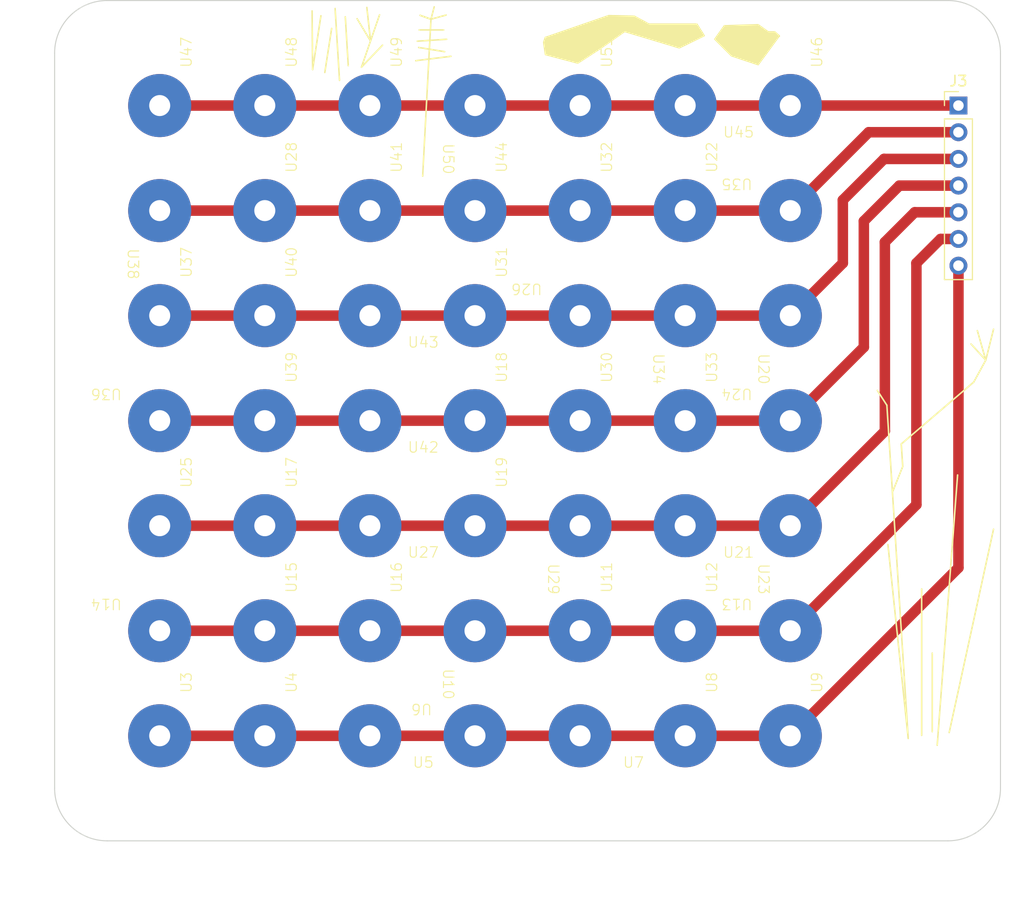
<source format=kicad_pcb>
(kicad_pcb (version 20221018) (generator pcbnew)
  (layers (0 "F.Cu" signal) (31 "B.Cu" signal) (34 "B.Paste" user) (35 "F.Paste" user) (36 "B.SilkS" user "B.Silkscreen") (37 "F.SilkS" user "F.Silkscreen") (38 "B.Mask" user) (39 "F.Mask" user) (44 "Edge.Cuts" user))
  (net 0 "")
  (net 1 "Net-(J3-Pin_1)")
  (net 2 "Net-(J3-Pin_2)")
  (net 3 "Net-(J3-Pin_3)")
  (net 4 "Net-(J3-Pin_4)")
  (net 5 "Net-(J3-Pin_5)")
  (net 6 "Net-(J3-Pin_6)")
  (net 7 "Net-(J3-Pin_7)")
  (footprint "ass149:1x1_matrix_pin" (layer "F.Cu") (at 195 72.54)
    (fp_text reference "U27" (at 5.08 0 unlocked) (layer "F.SilkS") (effects (font (thickness 0.1))))
    (fp_text value "~")
    (pad "1" thru_hole circle (at 0 -2.54) (size 6 6) (drill 2) (layers "*.Cu" "*.Mask") (net 5 "Net-(J3-Pin_5)"))
  )
  (footprint "ass149:1x1_matrix_pin" (layer "F.Cu") (at 215 47.46 180)
    (fp_text reference "U26" (at 5.08 0 180 unlocked) (layer "F.SilkS") (effects (font (thickness 0.1))))
    (fp_text value "~")
    (pad "1" thru_hole circle (at 0 -2.54 180) (size 6 6) (drill 2) (layers "*.Cu" "*.Mask") (net 3 "Net-(J3-Pin_3)"))
  )
  (footprint "ass149:1x1_matrix_pin" (layer "F.Cu") (at 207.54 50 90)
    (fp_text reference "U31" (at 5.08 0 90 unlocked) (layer "F.SilkS") (effects (font (thickness 0.1))))
    (fp_text value "~")
    (pad "1" thru_hole circle (at 0 -2.54 90) (size 6 6) (drill 2) (layers "*.Cu" "*.Mask") (net 3 "Net-(J3-Pin_3)"))
  )
  (footprint "ass149:1x1_matrix_pin" (layer "F.Cu") (at 217.54 30 90)
    (fp_text reference "U51" (at 5.08 0 90 unlocked) (layer "F.SilkS") (effects (font (thickness 0.1))))
    (fp_text value "~")
    (pad "1" thru_hole circle (at 0 -2.54 90) (size 6 6) (drill 2) (layers "*.Cu" "*.Mask") (net 1 "Net-(J3-Pin_1)"))
  )
  (footprint "ass149:1x1_matrix_pin" (layer "F.Cu") (at 187.54 30 90)
    (fp_text reference "U48" (at 5.08 0 90 unlocked) (layer "F.SilkS") (effects (font (thickness 0.1))))
    (fp_text value "~")
    (pad "1" thru_hole circle (at 0 -2.54 90) (size 6 6) (drill 2) (layers "*.Cu" "*.Mask") (net 1 "Net-(J3-Pin_1)"))
  )
  (footprint "ass149:1x1_matrix_pin" (layer "F.Cu") (at 232.46 70 -90)
    (fp_text reference "U23" (at 5.08 0 -90 unlocked) (layer "F.SilkS") (effects (font (thickness 0.1))))
    (fp_text value "~")
    (pad "1" thru_hole circle (at 0 -2.54 270) (size 6 6) (drill 2) (layers "*.Cu" "*.Mask") (net 5 "Net-(J3-Pin_5)"))
  )
  (footprint "ass149:1x1_matrix_pin" (layer "F.Cu") (at 227.54 80 90)
    (fp_text reference "U12" (at 5.08 0 90 unlocked) (layer "F.SilkS") (effects (font (thickness 0.1))))
    (fp_text value "~")
    (pad "1" thru_hole circle (at 0 -2.54 90) (size 6 6) (drill 2) (layers "*.Cu" "*.Mask") (net 6 "Net-(J3-Pin_6)"))
  )
  (footprint "ass149:1x1_matrix_pin" (layer "F.Cu") (at 187.54 60 90)
    (fp_text reference "U39" (at 5.08 0 90 unlocked) (layer "F.SilkS") (effects (font (thickness 0.1))))
    (fp_text value "~")
    (pad "1" thru_hole circle (at 0 -2.54 90) (size 6 6) (drill 2) (layers "*.Cu" "*.Mask") (net 4 "Net-(J3-Pin_4)"))
  )
  (footprint "ass149:1x1_matrix_pin" (layer "F.Cu") (at 235 77.46 180)
    (fp_text reference "U13" (at 5.08 0 180 unlocked) (layer "F.SilkS") (effects (font (thickness 0.1))))
    (fp_text value "~")
    (pad "1" thru_hole circle (at 0 -2.54 180) (size 6 6) (drill 2) (layers "*.Cu" "*.Mask") (net 6 "Net-(J3-Pin_6)"))
  )
  (footprint "ass149:1x1_matrix_pin" (layer "F.Cu") (at 237.54 30 90)
    (fp_text reference "U46" (at 5.08 0 90 unlocked) (layer "F.SilkS") (effects (font (thickness 0.1))))
    (fp_text value "~")
    (pad "1" thru_hole circle (at 0 -2.54 90) (size 6 6) (drill 2) (layers "*.Cu" "*.Mask") (net 1 "Net-(J3-Pin_1)"))
  )
  (footprint "Connector_PinHeader_2.54mm:PinHeader_1x07_P2.54mm_Vertical" (layer "F.Cu") (at 251 30)
    (fp_text reference "J3" (at 0 -2.33 unlocked) (layer "F.SilkS"))
    (fp_text value "Conn_01x07_Pin")
    (fp_line (start -1.33 -1.33) (end 0 -1.33) (stroke (width 0.12)) (layer "F.SilkS"))
    (fp_line (start -1.33 0) (end -1.33 -1.33) (stroke (width 0.12)) (layer "F.SilkS"))
    (fp_line (start -1.33 1.27) (end -1.33 16.57) (stroke (width 0.12)) (layer "F.SilkS"))
    (fp_line (start -1.33 1.27) (end 1.33 1.27) (stroke (width 0.12)) (layer "F.SilkS"))
    (fp_line (start -1.33 16.57) (end 1.33 16.57) (stroke (width 0.12)) (layer "F.SilkS"))
    (fp_line (start 1.33 1.27) (end 1.33 16.57) (stroke (width 0.12)) (layer "F.SilkS"))
    (pad "1" thru_hole rect (at 0 0) (size 1.7 1.7) (drill 1) (layers "*.Cu" "*.Mask") (net 1 "Net-(J3-Pin_1)"))
    (pad "2" thru_hole oval (at 0 2.54) (size 1.7 1.7) (drill 1) (layers "*.Cu" "*.Mask") (net 2 "Net-(J3-Pin_2)"))
    (pad "3" thru_hole oval (at 0 5.08) (size 1.7 1.7) (drill 1) (layers "*.Cu" "*.Mask") (net 3 "Net-(J3-Pin_3)"))
    (pad "4" thru_hole oval (at 0 7.62) (size 1.7 1.7) (drill 1) (layers "*.Cu" "*.Mask") (net 4 "Net-(J3-Pin_4)"))
    (pad "5" thru_hole oval (at 0 10.16) (size 1.7 1.7) (drill 1) (layers "*.Cu" "*.Mask") (net 5 "Net-(J3-Pin_5)"))
    (pad "6" thru_hole oval (at 0 12.7) (size 1.7 1.7) (drill 1) (layers "*.Cu" "*.Mask") (net 6 "Net-(J3-Pin_6)"))
    (pad "7" thru_hole oval (at 0 15.24) (size 1.7 1.7) (drill 1) (layers "*.Cu" "*.Mask") (net 7 "Net-(J3-Pin_7)"))
  )
  (footprint "ass149:1x1_matrix_pin" (layer "F.Cu") (at 207.54 40 90)
    (fp_text reference "U44" (at 5.08 0 90 unlocked) (layer "F.SilkS") (effects (font (thickness 0.1))))
    (fp_text value "~")
    (pad "1" thru_hole circle (at 0 -2.54 90) (size 6 6) (drill 2) (layers "*.Cu" "*.Mask") (net 2 "Net-(J3-Pin_2)"))
  )
  (footprint "PCM_kikit:Board" (layer "F.Cu") (at 236.5 100 180)
    (fp_text reference "B1")
    (fp_text value "Board")
  )
  (footprint "ass149:1x1_matrix_pin" (layer "F.Cu") (at 175 57.46 180)
    (fp_text reference "U36" (at 5.08 0 180 unlocked) (layer "F.SilkS") (effects (font (thickness 0.1))))
    (fp_text value "~")
    (pad "1" thru_hole circle (at 0 -2.54 180) (size 6 6) (drill 2) (layers "*.Cu" "*.Mask") (net 4 "Net-(J3-Pin_4)"))
  )
  (footprint "ass149:1x1_matrix_pin" (layer "F.Cu") (at 187.54 90 90)
    (fp_text reference "U4" (at 5.08 0 90 unlocked) (layer "F.SilkS") (effects (font (thickness 0.1))))
    (fp_text value "~")
    (pad "1" thru_hole circle (at 0 -2.54 90) (size 6 6) (drill 2) (layers "*.Cu" "*.Mask") (net 7 "Net-(J3-Pin_7)"))
  )
  (footprint "ass149:1x1_matrix_pin" (layer "F.Cu") (at 235 57.46 180)
    (fp_text reference "U24" (at 5.08 0 180 unlocked) (layer "F.SilkS") (effects (font (thickness 0.1))))
    (fp_text value "~")
    (pad "1" thru_hole circle (at 0 -2.54 180) (size 6 6) (drill 2) (layers "*.Cu" "*.Mask") (net 4 "Net-(J3-Pin_4)"))
  )
  (footprint "ass149:1x1_matrix_pin" (layer "F.Cu") (at 207.54 60 90)
    (fp_text reference "U18" (at 5.08 0 90 unlocked) (layer "F.SilkS") (effects (font (thickness 0.1))))
    (fp_text value "~")
    (pad "1" thru_hole circle (at 0 -2.54 90) (size 6 6) (drill 2) (layers "*.Cu" "*.Mask") (net 4 "Net-(J3-Pin_4)"))
  )
  (footprint "ass149:1x1_matrix_pin" (layer "F.Cu") (at 225 32.54)
    (fp_text reference "U45" (at 5.08 0 unlocked) (layer "F.SilkS") (effects (font (thickness 0.1))))
    (fp_text value "~")
    (pad "1" thru_hole circle (at 0 -2.54) (size 6 6) (drill 2) (layers "*.Cu" "*.Mask") (net 1 "Net-(J3-Pin_1)"))
  )
  (footprint "MountingHole:MountingHole_2.7mm_M2.5" (layer "F.Cu") (at 240 25)
    (fp_text reference "REF**" hide)
    (fp_text value "MountingHole_2.7mm_M2.5")
    (pad "" np_thru_hole circle (at 0 0) (size 2.7 2.7) (drill 2.7) (layers "*.Cu" "*.Mask"))
  )
  (footprint "ass149:1x1_matrix_pin" (layer "F.Cu") (at 217.54 40 90)
    (fp_text reference "U32" (at 5.08 0 90 unlocked) (layer "F.SilkS") (effects (font (thickness 0.1))))
    (fp_text value "~")
    (pad "1" thru_hole circle (at 0 -2.54 90) (size 6 6) (drill 2) (layers "*.Cu" "*.Mask") (net 2 "Net-(J3-Pin_2)"))
  )
  (footprint "ass149:1x1_matrix_pin" (layer "F.Cu") (at 197.54 80 90)
    (fp_text reference "U16" (at 5.08 0 90 unlocked) (layer "F.SilkS") (effects (font (thickness 0.1))))
    (fp_text value "~")
    (pad "1" thru_hole circle (at 0 -2.54 90) (size 6 6) (drill 2) (layers "*.Cu" "*.Mask") (net 6 "Net-(J3-Pin_6)"))
  )
  (footprint "ass149:1x1_matrix_pin" (layer "F.Cu") (at 197.54 40 90)
    (fp_text reference "U41" (at 5.08 0 90 unlocked) (layer "F.SilkS") (effects (font (thickness 0.1))))
    (fp_text value "~")
    (pad "1" thru_hole circle (at 0 -2.54 90) (size 6 6) (drill 2) (layers "*.Cu" "*.Mask") (net 2 "Net-(J3-Pin_2)"))
  )
  (footprint "ass149:1x1_matrix_pin" (layer "F.Cu") (at 237.54 90 90)
    (fp_text reference "U9" (at 5.08 0 90 unlocked) (layer "F.SilkS") (effects (font (thickness 0.1))))
    (fp_text value "~")
    (pad "1" thru_hole circle (at 0 -2.54 90) (size 6 6) (drill 2) (layers "*.Cu" "*.Mask") (net 7 "Net-(J3-Pin_7)"))
  )
  (footprint "ass149:1x1_matrix_pin" (layer "F.Cu") (at 227.54 90 90)
    (fp_text reference "U8" (at 5.08 0 90 unlocked) (layer "F.SilkS") (effects (font (thickness 0.1))))
    (fp_text value "~")
    (pad "1" thru_hole circle (at 0 -2.54 90) (size 6 6) (drill 2) (layers "*.Cu" "*.Mask") (net 7 "Net-(J3-Pin_7)"))
  )
  (footprint "ass149:1x1_matrix_pin" (layer "F.Cu") (at 177.54 30 90)
    (fp_text reference "U47" (at 5.08 0 90 unlocked) (layer "F.SilkS") (effects (font (thickness 0.1))))
    (fp_text value "~")
    (pad "1" thru_hole circle (at 0 -2.54 90) (size 6 6) (drill 2) (layers "*.Cu" "*.Mask") (net 1 "Net-(J3-Pin_1)"))
  )
  (footprint "ass149:1x1_matrix_pin" (layer "F.Cu") (at 177.54 70 90)
    (fp_text reference "U25" (at 5.08 0 90 unlocked) (layer "F.SilkS") (effects (font (thickness 0.1))))
    (fp_text value "~")
    (pad "1" thru_hole circle (at 0 -2.54 90) (size 6 6) (drill 2) (layers "*.Cu" "*.Mask") (net 5 "Net-(J3-Pin_5)"))
  )
  (footprint "MountingHole:MountingHole_2.7mm_M2.5" (layer "F.Cu") (at 170 25)
    (fp_text reference "REF**" hide)
    (fp_text value "MountingHole_2.7mm_M2.5")
    (pad "" np_thru_hole circle (at 0 0) (size 2.7 2.7) (drill 2.7) (layers "*.Cu" "*.Mask"))
  )
  (footprint "ass149:1x1_matrix_pin" (layer "F.Cu") (at 187.54 70 90)
    (fp_text reference "U17" (at 5.08 0 90 unlocked) (layer "F.SilkS") (effects (font (thickness 0.1))))
    (fp_text value "~")
    (pad "1" thru_hole circle (at 0 -2.54 90) (size 6 6) (drill 2) (layers "*.Cu" "*.Mask") (net 5 "Net-(J3-Pin_5)"))
  )
  (footprint "ass149:1x1_matrix_pin" (layer "F.Cu") (at 195 52.54)
    (fp_text reference "U43" (at 5.08 0 unlocked) (layer "F.SilkS") (effects (font (thickness 0.1))))
    (fp_text value "~")
    (pad "1" thru_hole circle (at 0 -2.54) (size 6 6) (drill 2) (layers "*.Cu" "*.Mask") (net 3 "Net-(J3-Pin_3)"))
  )
  (footprint "ass149:1x1_matrix_pin" (layer "F.Cu") (at 177.54 50 90)
    (fp_text reference "U37" (at 5.08 0 90 unlocked) (layer "F.SilkS") (effects (font (thickness 0.1))))
    (fp_text value "~")
    (pad "1" thru_hole circle (at 0 -2.54 90) (size 6 6) (drill 2) (layers "*.Cu" "*.Mask") (net 3 "Net-(J3-Pin_3)"))
  )
  (footprint "ass149:1x1_matrix_pin" (layer "F.Cu") (at 177.54 90 90)
    (fp_text reference "U3" (at 5.08 0 90 unlocked) (layer "F.SilkS") (effects (font (thickness 0.1))))
    (fp_text value "~")
    (pad "1" thru_hole circle (at 0 -2.54 90) (size 6 6) (drill 2) (layers "*.Cu" "*.Mask") (net 7 "Net-(J3-Pin_7)"))
  )
  (footprint "ass149:1x1_matrix_pin" (layer "F.Cu") (at 217.54 80 90)
    (fp_text reference "U11" (at 5.08 0 90 unlocked) (layer "F.SilkS") (effects (font (thickness 0.1))))
    (fp_text value "~")
    (pad "1" thru_hole circle (at 0 -2.54 90) (size 6 6) (drill 2) (layers "*.Cu" "*.Mask") (net 6 "Net-(J3-Pin_6)"))
  )
  (footprint "ass149:1x1_matrix_pin" (layer "F.Cu") (at 187.54 40 90)
    (fp_text reference "U28" (at 5.08 0 90 unlocked) (layer "F.SilkS") (effects (font (thickness 0.1))))
    (fp_text value "~")
    (pad "1" thru_hole circle (at 0 -2.54 90) (size 6 6) (drill 2) (layers "*.Cu" "*.Mask") (net 2 "Net-(J3-Pin_2)"))
  )
  (footprint "ass149:1x1_matrix_pin" (layer "F.Cu") (at 187.54 50 90)
    (fp_text reference "U40" (at 5.08 0 90 unlocked) (layer "F.SilkS") (effects (font (thickness 0.1))))
    (fp_text value "~")
    (pad "1" thru_hole circle (at 0 -2.54 90) (size 6 6) (drill 2) (layers "*.Cu" "*.Mask") (net 3 "Net-(J3-Pin_3)"))
  )
  (footprint "ass149:1x1_matrix_pin" (layer "F.Cu") (at 212.46 70 -90)
    (fp_text reference "U29" (at 5.08 0 -90 unlocked) (layer "F.SilkS") (effects (font (thickness 0.1))))
    (fp_text value "~")
    (pad "1" thru_hole circle (at 0 -2.54 270) (size 6 6) (drill 2) (layers "*.Cu" "*.Mask") (net 5 "Net-(J3-Pin_5)"))
  )
  (footprint "ass149:1x1_matrix_pin" (layer "F.Cu") (at 202.46 30 -90)
    (fp_text reference "U50" (at 5.08 0 -90 unlocked) (layer "F.SilkS") (effects (font (thickness 0.1))))
    (fp_text value "~")
    (pad "1" thru_hole circle (at 0 -2.54 270) (size 6 6) (drill 2) (layers "*.Cu" "*.Mask") (net 1 "Net-(J3-Pin_1)"))
  )
  (footprint "ass149:1x1_matrix_pin" (layer "F.Cu") (at 195 92.54)
    (fp_text reference "U5" (at 5.08 0 unlocked) (layer "F.SilkS") (effects (font (thickness 0.1))))
    (fp_text value "~")
    (pad "1" thru_hole circle (at 0 -2.54) (size 6 6) (drill 2) (layers "*.Cu" "*.Mask") (net 7 "Net-(J3-Pin_7)"))
  )
  (footprint "MountingHole:MountingHole_2.7mm_M2.5" (layer "F.Cu") (at 240 95)
    (fp_text reference "REF**" hide)
    (fp_text value "MountingHole_2.7mm_M2.5")
    (pad "" np_thru_hole circle (at 0 0) (size 2.7 2.7) (drill 2.7) (layers "*.Cu" "*.Mask"))
  )
  (footprint "ass149:1x1_matrix_pin" (layer "F.Cu") (at 205 87.46 180)
    (fp_text reference "U6" (at 5.08 0 180 unlocked) (layer "F.SilkS") (effects (font (thickness 0.1))))
    (fp_text value "~")
    (pad "1" thru_hole circle (at 0 -2.54 180) (size 6 6) (drill 2) (layers "*.Cu" "*.Mask") (net 7 "Net-(J3-Pin_7)"))
  )
  (footprint "ass149:1x1_matrix_pin" (layer "F.Cu") (at 197.54 30 90)
    (fp_text reference "U49" (at 5.08 0 90 unlocked) (layer "F.SilkS") (effects (font (thickness 0.1))))
    (fp_text value "~")
    (pad "1" thru_hole circle (at 0 -2.54 90) (size 6 6) (drill 2) (layers "*.Cu" "*.Mask") (net 1 "Net-(J3-Pin_1)"))
  )
  (footprint "ass149:1x1_matrix_pin" (layer "F.Cu") (at 215 92.54)
    (fp_text reference "U7" (at 5.08 0 unlocked) (layer "F.SilkS") (effects (font (thickness 0.1))))
    (fp_text value "~")
    (pad "1" thru_hole circle (at 0 -2.54) (size 6 6) (drill 2) (layers "*.Cu" "*.Mask") (net 7 "Net-(J3-Pin_7)"))
  )
  (footprint "ass149:1x1_matrix_pin" (layer "F.Cu") (at 195 62.54)
    (fp_text reference "U42" (at 5.08 0 unlocked) (layer "F.SilkS") (effects (font (thickness 0.1))))
    (fp_text value "~")
    (pad "1" thru_hole circle (at 0 -2.54) (size 6 6) (drill 2) (layers "*.Cu" "*.Mask") (net 4 "Net-(J3-Pin_4)"))
  )
  (footprint "ass149:1x1_matrix_pin" (layer "F.Cu") (at 227.54 40 90)
    (fp_text reference "U22" (at 5.08 0 90 unlocked) (layer "F.SilkS") (effects (font (thickness 0.1))))
    (fp_text value "~")
    (pad "1" thru_hole circle (at 0 -2.54 90) (size 6 6) (drill 2) (layers "*.Cu" "*.Mask") (net 2 "Net-(J3-Pin_2)"))
  )
  (footprint "ass149:1x1_matrix_pin" (layer "F.Cu") (at 222.46 50 -90)
    (fp_text reference "U34" (at 5.08 0 -90 unlocked) (layer "F.SilkS") (effects (font (thickness 0.1))))
    (fp_text value "~")
    (pad "1" thru_hole circle (at 0 -2.54 270) (size 6 6) (drill 2) (layers "*.Cu" "*.Mask") (net 3 "Net-(J3-Pin_3)"))
  )
  (footprint "ass149:1x1_matrix_pin" (layer "F.Cu") (at 225 72.54)
    (fp_text reference "U21" (at 5.08 0 unlocked) (layer "F.SilkS") (effects (font (thickness 0.1))))
    (fp_text value "~")
    (pad "1" thru_hole circle (at 0 -2.54) (size 6 6) (drill 2) (layers "*.Cu" "*.Mask") (net 5 "Net-(J3-Pin_5)"))
  )
  (footprint "ass149:1x1_matrix_pin" (layer "F.Cu") (at 227.54 60 90)
    (fp_text reference "U33" (at 5.08 0 90 unlocked) (layer "F.SilkS") (effects (font (thickness 0.1))))
    (fp_text value "~")
    (pad "1" thru_hole circle (at 0 -2.54 90) (size 6 6) (drill 2) (layers "*.Cu" "*.Mask") (net 4 "Net-(J3-Pin_4)"))
  )
  (footprint "ass149:1x1_matrix_pin" (layer "F.Cu") (at 235 37.46 180)
    (fp_text reference "U35" (at 5.08 0 180 unlocked) (layer "F.SilkS") (effects (font (thickness 0.1))))
    (fp_text value "~")
    (pad "1" thru_hole circle (at 0 -2.54 180) (size 6 6) (drill 2) (layers "*.Cu" "*.Mask") (net 2 "Net-(J3-Pin_2)"))
  )
  (footprint "ass149:1x1_matrix_pin" (layer "F.Cu") (at 217.54 60 90)
    (fp_text reference "U30" (at 5.08 0 90 unlocked) (layer "F.SilkS") (effects (font (thickness 0.1))))
    (fp_text value "~")
    (pad "1" thru_hole circle (at 0 -2.54 90) (size 6 6) (drill 2) (layers "*.Cu" "*.Mask") (net 4 "Net-(J3-Pin_4)"))
  )
  (footprint "ass149:1x1_matrix_pin" (layer "F.Cu") (at 232.46 50 -90)
    (fp_text reference "U20" (at 5.08 0 -90 unlocked) (layer "F.SilkS") (effects (font (thickness 0.1))))
    (fp_text value "~")
    (pad "1" thru_hole circle (at 0 -2.54 270) (size 6 6) (drill 2) (layers "*.Cu" "*.Mask") (net 3 "Net-(J3-Pin_3)"))
  )
  (footprint "ass149:1x1_matrix_pin" (layer "F.Cu") (at 175 77.46 180)
    (fp_text reference "U14" (at 5.08 0 180 unlocked) (layer "F.SilkS") (effects (font (thickness 0.1))))
    (fp_text value "~")
    (pad "1" thru_hole circle (at 0 -2.54 180) (size 6 6) (drill 2) (layers "*.Cu" "*.Mask") (net 6 "Net-(J3-Pin_6)"))
  )
  (footprint "ass149:1x1_matrix_pin" (layer "F.Cu") (at 187.54 80 90)
    (fp_text reference "U15" (at 5.08 0 90 unlocked) (layer "F.SilkS") (effects (font (thickness 0.1))))
    (fp_text value "~")
    (pad "1" thru_hole circle (at 0 -2.54 90) (size 6 6) (drill 2) (layers "*.Cu" "*.Mask") (net 6 "Net-(J3-Pin_6)"))
  )
  (footprint "ass149:1x1_matrix_pin" (layer "F.Cu") (at 172.46 40 -90)
    (fp_text reference "U38" (at 5.08 0 -90 unlocked) (layer "F.SilkS") (effects (font (thickness 0.1))))
    (fp_text value "~")
    (pad "1" thru_hole circle (at 0 -2.54 270) (size 6 6) (drill 2) (layers "*.Cu" "*.Mask") (net 2 "Net-(J3-Pin_2)"))
  )
  (footprint "ass149:1x1_matrix_pin" (layer "F.Cu") (at 207.54 70 90)
    (fp_text reference "U19" (at 5.08 0 90 unlocked) (layer "F.SilkS") (effects (font (thickness 0.1))))
    (fp_text value "~")
    (pad "1" thru_hole circle (at 0 -2.54 90) (size 6 6) (drill 2) (layers "*.Cu" "*.Mask") (net 5 "Net-(J3-Pin_5)"))
  )
  (footprint "MountingHole:MountingHole_2.7mm_M2.5" (layer "F.Cu") (at 170 95)
    (fp_text reference "REF**" hide)
    (fp_text value "MountingHole_2.7mm_M2.5")
    (pad "" np_thru_hole circle (at 0 0) (size 2.7 2.7) (drill 2.7) (layers "*.Cu" "*.Mask"))
  )
  (footprint "ass149:1x1_matrix_pin" (layer "F.Cu") (at 202.46 80 -90)
    (fp_text reference "U10" (at 5.08 0 -90 unlocked) (layer "F.SilkS") (effects (font (thickness 0.1))))
    (fp_text value "~")
    (pad "1" thru_hole circle (at 0 -2.54 270) (size 6 6) (drill 2) (layers "*.Cu" "*.Mask") (net 6 "Net-(J3-Pin_6)"))
  )
  (gr_line (start 253.6 54.24) (end 252.8 51.43) (stroke (width 0.15)) (layer "F.SilkS"))
  (gr_line (start 200.81 21.78) (end 202.25 21.38) (stroke (width 0.15)) (layer "F.SilkS"))
  (gr_line (start 252.46 56.32) (end 253.6 54.24) (stroke (width 0.15)) (layer "F.SilkS"))
  (gr_line (start 201.12 20.6) (end 200.81 21.78) (stroke (width 0.15)) (layer "F.SilkS"))
  (gr_line (start 194.2 26.34) (end 195.92 21.36) (stroke (width 0.15)) (layer "F.SilkS"))
  (gr_line (start 192.66 21.55) (end 192.94 26.2) (stroke (width 0.15)) (layer "F.SilkS"))
  (gr_poly (pts (xy 233.95 23.36) (xy 231.94 26.1) (xy 229.41 25.26) (xy 227.83 23.68) (xy 228.73 22.41) (xy 231.94 22.31) (xy 232.89 22.99) (xy 233.52 22.99) (xy 233.95 23.37)) (stroke (width 0.15)) (fill solid) (layer "F.SilkS"))
  (gr_line (start 246.22 90.25) (end 244.29 71.8) (stroke (width 0.15)) (layer "F.SilkS"))
  (gr_line (start 253.6 54.24) (end 252.2 52.7) (stroke (width 0.15)) (layer "F.SilkS"))
  (gr_line (start 199.64 24.47) (end 202.11 24.87) (stroke (width 0.15)) (layer "F.SilkS"))
  (gr_line (start 244.19 58.53) (end 243.28 57.12) (stroke (width 0.15)) (layer "F.SilkS"))
  (gr_line (start 199.69 22.8) (end 202.02 22.8) (stroke (width 0.15)) (layer "F.SilkS"))
  (gr_line (start 190.34 21.45) (end 189.55 26.57) (stroke (width 0.15)) (layer "F.SilkS"))
  (gr_line (start 200.02 36.72) (end 200.81 21.78) (stroke (width 0.15)) (layer "F.SilkS"))
  (gr_line (start 250.12 89.69) (end 254.34 70.33) (stroke (width 0.15)) (layer "F.SilkS"))
  (gr_line (start 199.36 25.73) (end 202.71 25.31) (stroke (width 0.15)) (layer "F.SilkS"))
  (gr_line (start 195.06 23.85) (end 193.78 21.73) (stroke (width 0.15)) (layer "F.SilkS"))
  (gr_line (start 195.06 23.85) (end 194.71 20.66) (stroke (width 0.15)) (layer "F.SilkS"))
  (gr_line (start 246.22 90.25) (end 244.19 58.53) (stroke (width 0.15)) (layer "F.SilkS"))
  (gr_poly (pts (xy 211.71 23.52) (xy 217.73 21.44) (xy 220.16 21.5) (xy 221.54 22.25) (xy 226.11 22.25) (xy 226.8 23.35) (xy 224.43 24.5) (xy 220.62 23.35) (xy 219.23 22.94) (xy 216.92 24.56) (xy 214.78 25.95) (xy 211.71 25.14) (xy 211.54 23.98) (xy 211.7 23.51)) (stroke (width 0.15)) (fill solid) (layer "F.SilkS"))
  (gr_line (start 247.5 89.96) (end 247.5 76.02) (stroke (width 0.15)) (layer "F.SilkS"))
  (gr_line (start 192.11 27.6) (end 191.69 20.76) (stroke (width 0.15)) (layer "F.SilkS"))
  (gr_line (start 248.51 89.61) (end 248.51 82.13) (stroke (width 0.15)) (layer "F.SilkS"))
  (gr_line (start 189.5 20.99) (end 189.55 26.57) (stroke (width 0.15)) (layer "F.SilkS"))
  (gr_line (start 244.76 66.71) (end 245.7 64.36) (stroke (width 0.15)) (layer "F.SilkS"))
  (gr_line (start 253.6 54.24) (end 254.34 51.29) (stroke (width 0.15)) (layer "F.SilkS"))
  (gr_line (start 200.81 21.78) (end 199.78 21.41) (stroke (width 0.15)) (layer "F.SilkS"))
  (gr_line (start 191.36 22.66) (end 190.71 26.85) (stroke (width 0.15)) (layer "F.SilkS"))
  (gr_line (start 245.7 64.36) (end 245.56 62.22) (stroke (width 0.15)) (layer "F.SilkS"))
  (gr_line (start 199.51 23.87) (end 202.3 23.69) (stroke (width 0.15)) (layer "F.SilkS"))
  (gr_line (start 245.56 62.22) (end 252.46 56.32) (stroke (width 0.15)) (layer "F.SilkS"))
  (gr_line (start 194.2 26.34) (end 196.2 24.25) (stroke (width 0.15)) (layer "F.SilkS"))
  (gr_line (start 199.78 21.41) (end 200.81 21.78) (stroke (width 0.15)) (layer "F.SilkS"))
  (gr_line (start 248.98 90.9) (end 250.92 65.17) (stroke (width 0.15)) (layer "F.SilkS"))
  (gr_arc (start 250 20) (mid 253.535533 21.464466) (end 255 25) (stroke (width 0.1)) (layer "Edge.Cuts"))
  (gr_arc (start 170 100) (mid 166.464466 98.535533) (end 165 95) (stroke (width 0.1)) (layer "Edge.Cuts"))
  (gr_line (start 165 95) (end 165 25) (stroke (width 0.1)) (layer "Edge.Cuts"))
  (gr_arc (start 165 25) (mid 166.464466 21.464466) (end 170 20) (stroke (width 0.1)) (layer "Edge.Cuts"))
  (gr_arc (start 255 95) (mid 253.535533 98.535533) (end 250 100) (stroke (width 0.1)) (layer "Edge.Cuts"))
  (gr_line (start 170 20) (end 250 20) (stroke (width 0.1)) (layer "Edge.Cuts"))
  (gr_line (start 250 100) (end 170 100) (stroke (width 0.1)) (layer "Edge.Cuts"))
  (gr_line (start 255 25) (end 255 95) (stroke (width 0.1)) (layer "Edge.Cuts"))
  (segment (start 175 30) (end 251 30) (width 1) (layer "F.Cu") (net 1))
  (segment (start 242.46 32.54) (end 251 32.54) (width 1) (layer "F.Cu") (net 2))
  (segment (start 235 40) (end 242.46 32.54) (width 1) (layer "F.Cu") (net 2))
  (segment (start 175 40) (end 235 40) (width 1) (layer "F.Cu") (net 2))
  (segment (start 243.92 35.08) (end 251 35.08) (width 1) (layer "F.Cu") (net 3))
  (segment (start 240 39) (end 243.92 35.08) (width 1) (layer "F.Cu") (net 3))
  (segment (start 235 50) (end 240 45) (width 1) (layer "F.Cu") (net 3))
  (segment (start 240 45) (end 240 39) (width 1) (layer "F.Cu") (net 3))
  (segment (start 175 50) (end 235 50) (width 1) (layer "F.Cu") (net 3))
  (segment (start 245.38 37.62) (end 251 37.62) (width 1) (layer "F.Cu") (net 4))
  (segment (start 235 60) (end 242 53) (width 1) (layer "F.Cu") (net 4))
  (segment (start 242 41) (end 245.38 37.62) (width 1) (layer "F.Cu") (net 4))
  (segment (start 175 60) (end 235 60) (width 1) (layer "F.Cu") (net 4))
  (segment (start 242 53) (end 242 41) (width 1) (layer "F.Cu") (net 4))
  (segment (start 235 70) (end 244 61) (width 1) (layer "F.Cu") (net 5))
  (segment (start 246.84 40.16) (end 251 40.16) (width 1) (layer "F.Cu") (net 5))
  (segment (start 244 43) (end 246.84 40.16) (width 1) (layer "F.Cu") (net 5))
  (segment (start 175 70) (end 235 70) (width 1) (layer "F.Cu") (net 5))
  (segment (start 244 61) (end 244 43) (width 1) (layer "F.Cu") (net 5))
  (segment (start 247 45) (end 249.3 42.7) (width 1) (layer "F.Cu") (net 6))
  (segment (start 175 80) (end 235 80) (width 1) (layer "F.Cu") (net 6))
  (segment (start 235 80) (end 247 68) (width 1) (layer "F.Cu") (net 6))
  (segment (start 247 68) (end 247 45) (width 1) (layer "F.Cu") (net 6))
  (segment (start 249.3 42.7) (end 251 42.7) (width 1) (layer "F.Cu") (net 6))
  (segment (start 251 74) (end 251 45.24) (width 1) (layer "F.Cu") (net 7))
  (segment (start 175 90) (end 235 90) (width 1) (layer "F.Cu") (net 7))
  (segment (start 235 90) (end 251 74) (width 1) (layer "F.Cu") (net 7))
)
</source>
